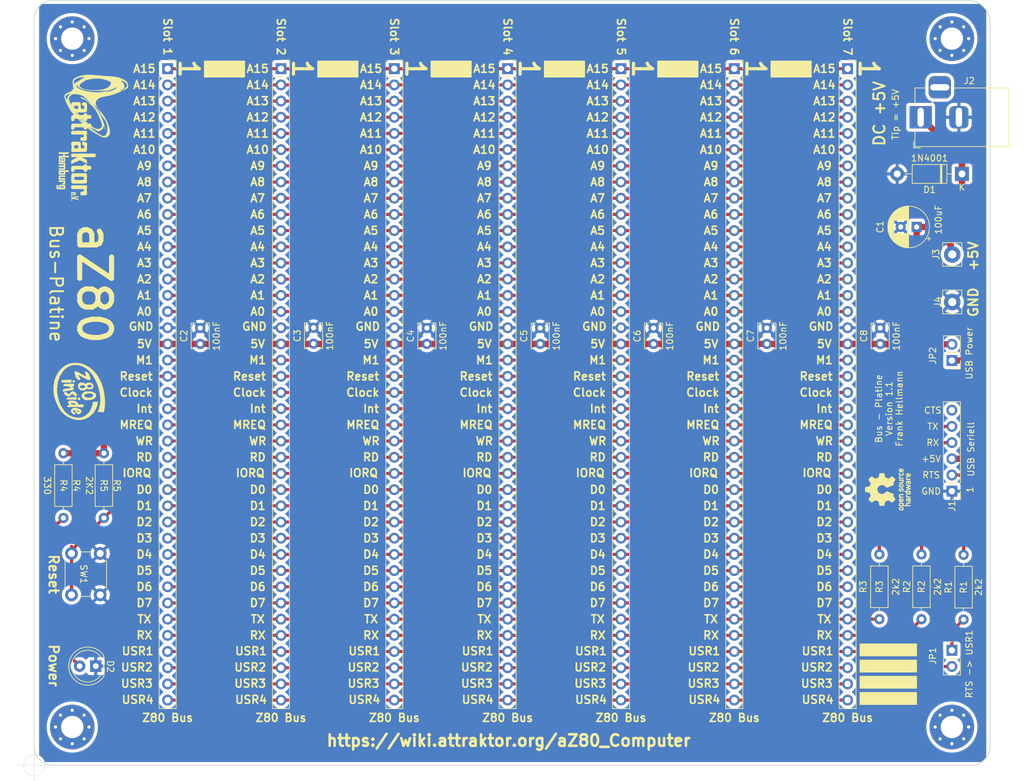
<source format=kicad_pcb>
(kicad_pcb (version 20221018) (generator pcbnew)
  (layers (0 "F.Cu" signal) (31 "B.Cu" signal) (34 "B.Paste" user) (35 "F.Paste" user) (36 "B.SilkS" user "B.Silkscreen") (37 "F.SilkS" user "F.Silkscreen") (38 "B.Mask" user) (39 "F.Mask" user) (44 "Edge.Cuts" user))
  (net 0 "")
  (net 1 "USR4")
  (net 2 "USR3")
  (net 3 "USR2")
  (net 4 "USR1")
  (net 5 "RX")
  (net 6 "TX")
  (net 7 "/D7")
  (net 8 "/D6")
  (net 9 "/D5")
  (net 10 "/D4")
  (net 11 "/D3")
  (net 12 "/D2")
  (net 13 "/D1")
  (net 14 "/D0")
  (net 15 "/IORQ")
  (net 16 "/RD")
  (net 17 "/WR")
  (net 18 "/MREQ")
  (net 19 "/INT")
  (net 20 "/CLK")
  (net 21 "/M1")
  (net 22 "5V")
  (net 23 "GND")
  (net 24 "/A0")
  (net 25 "/A1")
  (net 26 "/A2")
  (net 27 "/A3")
  (net 28 "/A4")
  (net 29 "/A5")
  (net 30 "/A6")
  (net 31 "/A7")
  (net 32 "/A8")
  (net 33 "/A9")
  (net 34 "/A10")
  (net 35 "/A11")
  (net 36 "/A12")
  (net 37 "/A13")
  (net 38 "/A14")
  (net 39 "/A15")
  (net 40 "Net-(D2-Pad2)")
  (net 41 "Reset")
  (net 42 "Net-(JP1-Pad1)")
  (net 43 "Net-(J1-Pad6)")
  (net 44 "Net-(J1-Pad5)")
  (net 45 "Net-(J1-Pad4)")
  (net 46 "Net-(J1-Pad3)")
  (net 47 "Net-(J1-Pad2)")
  (footprint "Connector_PinSocket_2.54mm:PinSocket_1x40_P2.54mm_Vertical" (layer "F.Cu") (at 70.96 45.72)
    (fp_text reference "Slot 1")
    (fp_text value "Z80 Bus")
  )
  (footprint "Connector_PinSocket_2.54mm:PinSocket_1x40_P2.54mm_Vertical" (layer "F.Cu") (at 88.74 45.72)
    (fp_text reference "Slot 2")
    (fp_text value "Z80 Bus")
  )
  (footprint "Connector_PinSocket_2.54mm:PinSocket_1x40_P2.54mm_Vertical" (layer "F.Cu") (at 106.52 45.72)
    (fp_text reference "Slot 3")
    (fp_text value "Z80 Bus")
  )
  (footprint "Connector_PinSocket_2.54mm:PinSocket_1x40_P2.54mm_Vertical" (layer "F.Cu") (at 124.3 45.72)
    (fp_text reference "Slot 4")
    (fp_text value "Z80 Bus")
  )
  (footprint "Connector_PinSocket_2.54mm:PinSocket_1x40_P2.54mm_Vertical" (layer "F.Cu") (at 142.08 45.72)
    (fp_text reference "Slot 5")
    (fp_text value "Z80 Bus")
  )
  (footprint "Connector_PinSocket_2.54mm:PinSocket_1x40_P2.54mm_Vertical" (layer "F.Cu") (at 159.86 45.72)
    (fp_text reference "Slot 6")
    (fp_text value "Z80 Bus")
  )
  (footprint "Connector_PinSocket_2.54mm:PinSocket_1x40_P2.54mm_Vertical" (layer "F.Cu") (at 177.64 45.72)
    (fp_text reference "Slot 7")
    (fp_text value "Z80 Bus")
  )
  (footprint "Capacitor_THT:CP_Radial_D6.3mm_P2.50mm" (layer "F.Cu") (at 188.468 70.545 180)
    (fp_text reference "C1")
    (fp_text value "100uF")
  )
  (footprint "Capacitor_THT:C_Disc_D3.8mm_W2.6mm_P2.50mm" (layer "F.Cu") (at 93.853 88.86 90)
    (fp_text reference "C3")
    (fp_text value "100nF")
  )
  (footprint "Capacitor_THT:C_Disc_D3.8mm_W2.6mm_P2.50mm" (layer "F.Cu") (at 111.633 88.9 90)
    (fp_text reference "C4")
    (fp_text value "100nF")
  )
  (footprint "Capacitor_THT:C_Disc_D3.8mm_W2.6mm_P2.50mm" (layer "F.Cu") (at 147.193 88.9 90)
    (fp_text reference "C6")
    (fp_text value "100nF")
  )
  (footprint "Capacitor_THT:C_Disc_D3.8mm_W2.6mm_P2.50mm" (layer "F.Cu") (at 164.973 88.9 90)
    (fp_text reference "C7")
    (fp_text value "100nF")
  )
  (footprint "Capacitor_THT:C_Disc_D3.8mm_W2.6mm_P2.50mm" (layer "F.Cu") (at 182.753 88.9 90)
    (fp_text reference "C8")
    (fp_text value "100nF")
  )
  (footprint "Diode_THT:D_DO-41_SOD81_P10.16mm_Horizontal" (layer "F.Cu") (at 195.58 62.23 180)
    (fp_text reference "D1")
    (fp_text value "1N4001")
  )
  (footprint "Connector_PinHeader_2.54mm:PinHeader_1x06_P2.54mm_Vertical" (layer "F.Cu") (at 194 112 180)
    (fp_text reference "J1")
    (fp_text value "USB Seriell")
  )
  (footprint "Connector_PinHeader_2.54mm:PinHeader_1x02_P2.54mm_Vertical" (layer "F.Cu") (at 194 136.966)
    (fp_text reference "JP1")
    (fp_text value "RTS -> USR1")
  )
  (footprint "Connector_PinHeader_2.54mm:PinHeader_1x02_P2.54mm_Vertical" (layer "F.Cu") (at 194 91.5 180)
    (fp_text reference "JP2")
    (fp_text value "5V USB")
  )
  (footprint "Resistor_THT:R_Axial_DIN0207_L6.3mm_D2.5mm_P10.16mm_Horizontal" (layer "F.Cu") (at 189.23 132.08 90)
    (fp_text reference "R2")
    (fp_text value "2k2")
  )
  (footprint "Resistor_THT:R_Axial_DIN0207_L6.3mm_D2.5mm_P10.16mm_Horizontal" (layer "F.Cu") (at 182.626 132.08 90)
    (fp_text reference "R3")
    (fp_text value "2k2")
  )
  (footprint "Resistor_THT:R_Axial_DIN0207_L6.3mm_D2.5mm_P10.16mm_Horizontal" (layer "F.Cu") (at 54.61 106.045 -90)
    (fp_text reference "R4")
    (fp_text value "330")
  )
  (footprint "Resistor_THT:R_Axial_DIN0207_L6.3mm_D2.5mm_P10.16mm_Horizontal" (layer "F.Cu") (at 60.96 116.205 90)
    (fp_text reference "R5")
    (fp_text value "2K2")
  )
  (footprint "Button_Switch_THT:SW_PUSH_6mm" (layer "F.Cu") (at 55.88 128.27 90)
    (fp_text reference "SW1")
    (fp_text value "Reset")
  )
  (footprint "Backplane_V01:attraktor" (layer "F.Cu") (at 58.928 56.575 -90)
    (fp_text reference "G***" hide)
    (fp_text value "LOGO" hide)
  )
  (footprint "MountingHole:MountingHole_3.5mm_Pad_Via" (layer "F.Cu") (at 56 41)
    (fp_text reference "Hole1" hide)
    (fp_text value "MountingHole_3.5mm_Pad_Via")
  )
  (footprint "MountingHole:MountingHole_3.5mm_Pad_Via" (layer "F.Cu") (at 56 149)
    (fp_text reference "Hole3" hide)
    (fp_text value "MountingHole_3.5mm_Pad_Via")
  )
  (footprint "MountingHole:MountingHole_3.5mm_Pad_Via" (layer "F.Cu") (at 194 149)
    (fp_text reference "Hole4" hide)
    (fp_text value "MountingHole_3.5mm_Pad_Via")
  )
  (footprint "Backplane_V01:osh_logo" (layer "F.Cu") (at 184.15 111.76 90)
    (fp_text reference "G***" hide)
    (fp_text value "LOGO" hide)
  )
  (footprint "Backplane:Z80_inside" (layer "F.Cu") (at 57.15 96.326 -90)
    (fp_text reference "G***" hide)
    (fp_text value "LOGO" hide)
  )
  (footprint "MountingHole:MountingHole_3.5mm_Pad_Via" (layer "F.Cu") (at 194 41)
    (fp_text reference "Hole2" hide)
    (fp_text value "MountingHole_3.5mm_Pad_Via")
  )
  (footprint "Capacitor_THT:C_Disc_D3.8mm_W2.6mm_P2.50mm" (layer "F.Cu") (at 129.413 88.9 90)
    (fp_text reference "C5")
    (fp_text value "100nF")
  )
  (footprint "Capacitor_THT:C_Disc_D3.8mm_W2.6mm_P2.50mm" (layer "F.Cu") (at 76.073 88.9 90)
    (fp_text reference "C2")
    (fp_text value "100nF")
  )
  (footprint "Resistor_THT:R_Axial_DIN0207_L6.3mm_D2.5mm_P10.16mm_Horizontal" (layer "F.Cu") (at 195.834 132.14 90)
    (fp_text reference "R1")
    (fp_text value "2k2")
  )
  (footprint "Connector_BarrelJack:BarrelJack_Horizontal" (layer "F.Cu") (at 189.103 53.34 180)
    (fp_text reference "J2")
    (fp_text value "DC +5V")
  )
  (footprint "Connector_Pin:Pin_D1.3mm_L10.0mm_W3.5mm_Flat" (layer "F.Cu") (at 194.056 82.318 -90)
    (fp_text reference "J4")
    (fp_text value "GND Hook")
  )
  (footprint "Connector_Pin:Pin_D1.3mm_L10.0mm_W3.5mm_Flat" (layer "F.Cu") (at 194.056 74.863 -90)
    (fp_text reference "J3")
    (fp_text value "+5V Hook")
  )
  (footprint "LED_THT:LED_D5.0mm" (layer "F.Cu") (at 59.69 139.446 180)
    (fp_text reference "D2")
    (fp_text value "Power")
  )
  (gr_poly (pts (xy 179.578 135.95) (xy 188.468 135.95) (xy 188.468 137.855) (xy 179.578 137.855)) (stroke (width 0.1)) (fill solid) (layer "F.SilkS"))
  (gr_poly (pts (xy 179.578 143.57) (xy 188.468 143.57) (xy 188.468 145.475) (xy 179.578 145.475)) (stroke (width 0.1)) (fill solid) (layer "F.SilkS"))
  (gr_poly (pts (xy 94.488 44.51) (xy 100.838 44.51) (xy 100.838 47.05) (xy 94.488 47.05)) (stroke (width 0.1)) (fill solid) (layer "F.SilkS"))
  (gr_poly (pts (xy 130.048 44.51) (xy 136.398 44.51) (xy 136.398 47.05) (xy 130.048 47.05)) (stroke (width 0.1)) (fill solid) (layer "F.SilkS"))
  (gr_poly (pts (xy 179.578 138.49) (xy 188.468 138.49) (xy 188.468 140.395) (xy 179.578 140.395)) (stroke (width 0.1)) (fill solid) (layer "F.SilkS"))
  (gr_poly (pts (xy 76.708 44.51) (xy 83.058 44.51) (xy 83.058 47.05) (xy 76.708 47.05)) (stroke (width 0.1)) (fill solid) (layer "F.SilkS"))
  (gr_poly (pts (xy 165.608 44.51) (xy 171.958 44.51) (xy 171.958 47.05) (xy 165.608 47.05)) (stroke (width 0.1)) (fill solid) (layer "F.SilkS"))
  (gr_poly (pts (xy 112.268 44.51) (xy 118.618 44.51) (xy 118.618 47.05) (xy 112.268 47.05)) (stroke (width 0.1)) (fill solid) (layer "F.SilkS"))
  (gr_poly (pts (xy 147.828 44.51) (xy 154.178 44.51) (xy 154.178 47.05) (xy 147.828 47.05)) (stroke (width 0.1)) (fill solid) (layer "F.SilkS"))
  (gr_poly (pts (xy 179.578 141.03) (xy 188.468 141.03) (xy 188.468 142.935) (xy 179.578 142.935)) (stroke (width 0.1)) (fill solid) (layer "F.SilkS"))
  (gr_arc (start 50 38) (mid 50.87868 35.87868) (end 53 35) (stroke (width 0.12)) (layer "Edge.Cuts"))
  (gr_line (start 53 155) (end 197 155) (stroke (width 0.12)) (layer "Edge.Cuts"))
  (gr_arc (start 196.5 35) (mid 198.974874 36.025126) (end 200 38.5) (stroke (width 0.12)) (layer "Edge.Cuts"))
  (gr_arc (start 53 155) (mid 50.87868 154.12132) (end 50 152) (stroke (width 0.12)) (layer "Edge.Cuts"))
  (gr_line (start 50 38) (end 50 152) (stroke (width 0.12)) (layer "Edge.Cuts"))
  (gr_arc (start 200 152) (mid 199.12132 154.12132) (end 197 155) (stroke (width 0.12)) (layer "Edge.Cuts"))
  (gr_line (start 200 152) (end 200 38.5) (stroke (width 0.12)) (layer "Edge.Cuts"))
  (gr_line (start 196.5 35) (end 53 35) (stroke (width 0.12)) (layer "Edge.Cuts"))
  (gr_text "1" (at 109.855 45.72 270) (layer "F.SilkS") (effects (font (size 3 3) (thickness 0.5))))
  (gr_text "1" (at 163.195 45.72 270) (layer "F.SilkS") (effects (font (size 3 3) (thickness 0.5))))
  (gr_text "1" (at 180.975 45.72 270) (layer "F.SilkS") (effects (font (size 3 3) (thickness 0.5))))
  (gr_text "USB Power" (at 196.723 90.357 90) (layer "F.SilkS") (effects (font (size 1 1))))
  (gr_text " USR4" (at 65.786 144.713) (layer "F.SilkS") (effects (font (size 1.25 1.25) (thickness 0.25))))
  (gr_text "RX" (at 173.99 134.62) (layer "F.SilkS") (effects (font (size 1.25 1.25) (thickness 0.25))))
  (gr_text "D7" (at 173.99 129.54) (layer "F.SilkS") (effects (font (size 1.25 1.25) (thickness 0.25))))
  (gr_text "D5" (at 173.99 124.46) (layer "F.SilkS") (effects (font (size 1.25 1.25) (thickness 0.25))))
  (gr_text "D0" (at 173.99 111.76) (layer "F.SilkS") (effects (font (size 1.25 1.25) (thickness 0.25))))
  (gr_text " USR2" (at 172.339 139.633) (layer "F.SilkS") (effects (font (size 1.25 1.25) (thickness 0.25))))
  (gr_text "RD" (at 173.99 106.68) (layer "F.SilkS") (effects (font (size 1.25 1.25) (thickness 0.25))))
  (gr_text "Int" (at 173.99 99.06) (layer "F.SilkS") (effects (font (size 1.25 1.25) (thickness 0.25))))
  (gr_text " Reset" (at 172.212 93.98) (layer "F.SilkS") (effects (font (size 1.25 1.25) (thickness 0.25))))
  (gr_text "GND" (at 173.482 86.166) (layer "F.SilkS") (effects (font (size 1.25 1.25) (thickness 0.25))))
  (gr_text "A2" (at 173.99 78.74) (layer "F.SilkS") (effects (font (size 1.25 1.25) (thickness 0.25))))
  (gr_text "A4" (at 173.99 73.66) (layer "F.SilkS") (effects (font (size 1.25 1.25) (thickness 0.25))))
  (gr_text "A6" (at 173.99 68.58) (layer "F.SilkS") (effects (font (size 1.25 1.25) (thickness 0.25))))
  (gr_text "D2" (at 173.99 116.84) (layer "F.SilkS") (effects (font (size 1.25 1.25) (thickness 0.25))))
  (gr_text "A8" (at 173.99 63.5) (layer "F.SilkS") (effects (font (size 1.25 1.25) (thickness 0.25))))
  (gr_text "A0" (at 173.99 83.82) (layer "F.SilkS") (effects (font (size 1.25 1.25) (thickness 0.25))))
  (gr_text " IORQ" (at 172.339 109.153) (layer "F.SilkS") (effects (font (size 1.25 1.25) (thickness 0.25))))
  (gr_text "5V" (at 173.99 88.9) (layer "F.SilkS") (effects (font (size 1.25 1.25) (thickness 0.25))))
  (gr_text "A5" (at 173.99 71.12) (layer "F.SilkS") (effects (font (size 1.25 1.25) (thickness 0.25))))
  (gr_text "A9" (at 173.99 60.96) (layer "F.SilkS") (effects (font (size 1.25 1.25) (thickness 0.25))))
  (gr_text "D1" (at 173.99 114.3) (layer "F.SilkS") (effects (font (size 1.25 1.25) (thickness 0.25))))
  (gr_text "TX" (at 173.99 132.08) (layer "F.SilkS") (effects (font (size 1.25 1.25) (thickness 0.25))))
  (gr_text "A1" (at 173.99 81.28) (layer "F.SilkS") (effects (font (size 1.25 1.25) (thickness 0.25))))
  (gr_text "A3" (at 173.99 76.2) (layer "F.SilkS") (effects (font (size 1.25 1.25) (thickness 0.25))))
  (gr_text " Clock" (at 172.212 96.52) (layer "F.SilkS") (effects (font (size 1.25 1.25) (thickness 0.25))))
  (gr_text "D3" (at 173.99 119.38) (layer "F.SilkS") (effects (font (size 1.25 1.25) (thickness 0.25))))
  (gr_text " USR3" (at 172.339 142.173) (layer "F.SilkS") (effects (font (size 1.25 1.25) (thickness 0.25))))
  (gr_text " USR4" (at 172.466 144.713) (layer "F.SilkS") (effects (font (size 1.25 1.25) (thickness 0.25))))
  (gr_text " MREQ" (at 172.212 101.6) (layer "F.SilkS") (effects (font (size 1.25 1.25) (thickness 0.25))))
  (gr_text "A7" (at 173.99 66.04) (layer "F.SilkS") (effects (font (size 1.25 1.25) (thickness 0.25))))
  (gr_text "D4" (at 173.99 121.92) (layer "F.SilkS") (effects (font (size 1.25 1.25) (thickness 0.25))))
  (gr_text "A10" (at 173.99 58.42) (layer "F.SilkS") (effects (font (size 1.25 1.25) (thickness 0.25))))
  (gr_text "A11" (at 173.99 55.88) (layer "F.SilkS") (effects (font (size 1.25 1.25) (thickness 0.25))))
  (gr_text "A13" (at 173.99 50.8) (layer "F.SilkS") (effects (font (size 1.25 1.25) (thickness 0.25))))
  (gr_text "A14" (at 173.99 48.26) (layer "F.SilkS") (effects (font (size 1.25 1.25) (thickness 0.25))))
  (gr_text "A15" (at 173.99 45.72) (layer "F.SilkS") (effects (font (size 1.25 1.25) (thickness 0.25))))
  (gr_text "A12" (at 173.99 53.34) (layer "F.SilkS") (effects (font (size 1.25 1.25) (thickness 0.25))))
  (gr_text "D6" (at 173.99 127) (layer "F.SilkS") (effects (font (size 1.25 1.25) (thickness 0.25))))
  (gr_text " USR1" (at 172.466 137.093) (layer "F.SilkS") (effects (font (size 1.25 1.25) (thickness 0.25))))
  (gr_text "WR" (at 173.99 104.14) (layer "F.SilkS") (effects (font (size 1.25 1.25) (thickness 0.25))))
  (gr_text "M1" (at 173.99 91.44) (layer "F.SilkS") (effects (font (size 1.25 1.25) (thickness 0.25))))
  (gr_text " USR3" (at 101.219 142.173) (layer "F.SilkS") (effects (font (size 1.25 1.25) (thickness 0.25))))
  (gr_text " Reset" (at 83.312 93.98) (layer "F.SilkS") (effects (font (size 1.25 1.25) (thickness 0.25))))
  (gr_text "A8" (at 67.31 63.5) (layer "F.SilkS") (effects (font (size 1.25 1.25) (thickness 0.25))))
  (gr_text "D4" (at 67.31 121.92) (layer "F.SilkS") (effects (font (size 1.25 1.25) (thickness 0.25))))
  (gr_text "WR" (at 102.87 104.14) (layer "F.SilkS") (effects (font (size 1.25 1.25) (thickness 0.25))))
  (gr_text "A14" (at 156.21 48.26) (layer "F.SilkS") (effects (font (size 1.25 1.25) (thickness 0.25))))
  (gr_text " USR1" (at 65.786 137.093) (layer "F.SilkS") (effects (font (size 1.25 1.25) (thickness 0.25))))
  (gr_text "GND" (at 137.922 86.166) (layer "F.SilkS") (effects (font (size 1.25 1.25) (thickness 0.25))))
  (gr_text "D4" (at 138.43 121.92) (layer "F.SilkS") (effects (font (size 1.25 1.25) (thickness 0.25))))
  (gr_text "A2" (at 138.43 78.74) (layer "F.SilkS") (effects (font (size 1.25 1.25) (thickness 0.25))))
  (gr_text "A3" (at 85.09 76.2) (layer "F.SilkS") (effects (font (size 1.25 1.25) (thickness 0.25))))
  (gr_text " USR4" (at 119.126 144.713) (layer "F.SilkS") (effects (font (size 1.25 1.25) (thickness 0.25))))
  (gr_text " MREQ" (at 136.652 101.6) (layer "F.SilkS") (effects (font (size 1.25 1.25) (thickness 0.25))))
  (gr_text "A1" (at 67.31 81.28) (layer "F.SilkS") (effects (font (size 1.25 1.25) (thickness 0.25))))
  (gr_text "TX" (at 67.31 132.08) (layer "F.SilkS") (effects (font (size 1.25 1.25) (thickness 0.25))))
  (gr_text "D0" (at 156.21 111.76) (layer "F.SilkS") (effects (font (size 1.25 1.25) (thickness 0.25))))
  (gr_text "D4" (at 120.65 121.92) (layer "F.SilkS") (effects (font (size 1.25 1.25) (thickness 0.25))))
  (gr_text " MREQ" (at 154.432 101.6) (layer "F.SilkS") (effects (font (size 1.25 1.25) (thickness 0.25))))
  (gr_text "A6" (at 138.43 68.58) (layer "F.SilkS") (effects (font (size 1.25 1.25) (thickness 0.25))))
  (gr_text "A2" (at 156.21 78.74) (layer "F.SilkS") (effects (font (size 1.25 1.25) (thickness 0.25))))
  (gr_text "D1" (at 138.43 114.3) (layer "F.SilkS") (effects (font (size 1.25 1.25) (thickness 0.25))))
  (gr_text "A11" (at 85.09 55.88) (layer "F.SilkS") (effects (font (size 1.25 1.25) (thickness 0.25))))
  (gr_text "D4" (at 102.87 121.92) (layer "F.SilkS") (effects (font (size 1.25 1.25) (thickness 0.25))))
  (gr_text "D7" (at 138.43 129.54) (layer "F.SilkS") (effects (font (size 1.25 1.25) (thickness 0.25))))
  (gr_text "A5" (at 138.43 71.12) (layer "F.SilkS") (effects (font (size 1.25 1.25) (thickness 0.25))))
  (gr_text "A9" (at 156.21 60.96) (layer "F.SilkS") (effects (font (size 1.25 1.25) (thickness 0.25))))
  (gr_text " USR1" (at 136.906 137.093) (layer "F.SilkS") (effects (font (size 1.25 1.25) (thickness 0.25))))
  (gr_text "+5V" (at 197.358 75.117 90) (layer "F.SilkS") (effects (font (size 1.5 1.5) (thickness 0.3))))
  (gr_text "GND" (at 102.362 86.166) (layer "F.SilkS") (effects (font (size 1.25 1.25) (thickness 0.25))))
  (gr_text " USR2" (at 101.219 139.633) (layer "F.SilkS") (effects (font (size 1.25 1.25) (thickness 0.25))))
  (gr_text "M1" (at 156.21 91.44) (layer "F.SilkS") (effects (font (size 1.25 1.25) (thickness 0.25))))
  (gr_text " USR2" (at 65.659 139.633) (layer "F.SilkS") (effects (font (size 1.25 1.25) (thickness 0.25))))
  (gr_text " MREQ" (at 101.092 101.6) (layer "F.SilkS") (effects (font (size 1.25 1.25) (thickness 0.25))))
  (gr_text "WR" (at 120.65 104.14) (layer "F.SilkS") (effects (font (size 1.25 1.25) (thickness 0.25))))
  (gr_text "A1" (at 156.21 81.28) (layer "F.SilkS") (effects (font (size 1.25 1.25) (thickness 0.25))))
  (gr_text "D5" (at 138.43 124.46) (layer "F.SilkS") (effects (font (size 1.25 1.25) (thickness 0.25))))
  (gr_text "A15" (at 120.65 45.72) (layer "F.SilkS") (effects (font (size 1.25 1.25) (thickness 0.25))))
  (gr_text "A12" (at 67.31 53.34) (layer "F.SilkS") (effects (font (size 1.25 1.25) (thickness 0.25))))
  (gr_text "A6" (at 85.09 68.58) (layer "F.SilkS") (effects (font (size 1.25 1.25) (thickness 0.25))))
  (gr_text " MREQ" (at 118.872 101.6) (layer "F.SilkS") (effects (font (size 1.25 1.25) (thickness 0.25))))
  (gr_text " USR4" (at 101.346 144.713) (layer "F.SilkS") (effects (font (size 1.25 1.25) (thickness 0.25))))
  (gr_text "A0" (at 102.87 83.82) (layer "F.SilkS") (effects (font (size 1.25 1.25) (thickness 0.25))))
  (gr_text "D4" (at 156.21 121.92) (layer "F.SilkS") (effects (font (size 1.25 1.25) (thickness 0.25))))
  (gr_text "D6" (at 120.65 127) (layer "F.SilkS") (effects (font (size 1.25 1.25) (thickness 0.25))))
  (gr_text "A4" (at 138.43 73.66) (layer "F.SilkS") (effects (font (size 1.25 1.25) (thickness 0.25))))
  (gr_text "A8" (at 120.65 63.5) (layer "F.SilkS") (effects (font (size 1.25 1.25) (thickness 0.25))))
  (gr_text "A0" (at 120.65 83.82) (layer "F.SilkS") (effects (font (size 1.25 1.25) (thickness 0.25))))
  (gr_text "D5" (at 120.65 124.46) (layer "F.SilkS") (effects (font (size 1.25 1.25) (thickness 0.25))))
  (gr_text "D5" (at 156.21 124.46) (layer "F.SilkS") (effects (font (size 1.25 1.25) (thickness 0.25))))
  (gr_text "A3" (at 138.43 76.2) (layer "F.SilkS") (effects (font (size 1.25 1.25) (thickness 0.25))))
  (gr_text "A13" (at 120.65 50.8) (layer "F.SilkS") (effects (font (size 1.25 1.25) (thickness 0.25))))
  (gr_text "A0" (at 138.43 83.82) (layer "F.SilkS") (effects (font (size 1.25 1.25) (thickness 0.25))))
  (gr_text "D6" (at 156.21 127) (layer "F.SilkS") (effects (font (size 1.25 1.25) (thickness 0.25))))
  (gr_text "A12" (at 102.87 53.34) (layer "F.SilkS") (effects (font (size 1.25 1.25) (thickness 0.25))))
  (gr_text "D7" (at 120.65 129.54) (layer "F.SilkS") (effects (font (size 1.25 1.25) (thickness 0.25))))
  (gr_text "D6" (at 138.43 127) (layer "F.SilkS") (effects (font (size 1.25 1.25) (thickness 0.25))))
  (gr_text "Int" (at 156.21 99.06) (layer "F.SilkS") (effects (font (size 1.25 1.25) (thickness 0.25))))
  (gr_text "A1" (at 102.87 81.28) (layer "F.SilkS") (effects (font (size 1.25 1.25) (thickness 0.25))))
  (gr_text "A15" (at 67.31 45.72) (layer "F.SilkS") (effects (font (size 1.25 1.25) (thickness 0.25))))
  (gr_text "A15" (at 138.43 45.72) (layer "F.SilkS") (effects (font (size 1.25 1.25) (thickness 0.25))))
  (gr_text " USR1" (at 83.566 137.093) (layer "F.SilkS") (effects (font (size 1.25 1.25) (thickness 0.25))))
  (gr_text " Reset" (at 65.532 93.98) (layer "F.SilkS") (effects (font (size 1.25 1.25) (thickness 0.25))))
  (gr_text "1" (at 127.635 45.72 270) (layer "F.SilkS") (effects (font (size 3 3) (thickness 0.5))))
  (gr_text "A8" (at 156.21 63.5) (layer "F.SilkS") (effects (font (size 1.25 1.25) (thickness 0.25))))
  (gr_text "A12" (at 138.43 53.34) (layer "F.SilkS") (effects (font (size 1.25 1.25) (thickness 0.25))))
  (gr_text "D7" (at 67.31 129.54) (layer "F.SilkS") (effects (font (size 1.25 1.25) (thickness 0.25))))
  (gr_text "GND" (at 66.802 86.166) (layer "F.SilkS") (effects (font (size 1.25 1.25) (thickness 0.25))))
  (gr_text "A2" (at 120.65 78.74) (layer "F.SilkS") (effects (font (size 1.25 1.25) (thickness 0.25))))
  (gr_text "5V" (at 102.87 88.9) (layer "F.SilkS") (effects (font (size 1.25 1.25) (thickness 0.25))))
  (gr_text "D1" (at 120.65 114.3) (layer "F.SilkS") (effects (font (size 1.25 1.25) (thickness 0.25))))
  (gr_text "A12" (at 156.21 53.34) (layer "F.SilkS") (effects (font (size 1.25 1.25) (thickness 0.25))))
  (gr_text "1" (at 196.85 111.76 90) (layer "F.SilkS") (effects (font (size 1 1))))
  (gr_text "GND" (at 197.358 82.356 90) (layer "F.SilkS") (effects (font (size 1.5 1.5) (thickness 0.3))))
  (gr_text " USR1" (at 154.686 137.093) (layer "F.SilkS") (effects (font (size 1.25 1.25) (thickness 0.25))))
  (gr_text "1" (at 92.075 45.72 270) (layer "F.SilkS") (effects (font (size 3 3) (thickness 0.5))))
  (gr_text "D4" (at 85.09 121.92) (layer "F.SilkS") (effects (font (size 1.25 1.25) (thickness 0.25))))
  (gr_text "A3" (at 120.65 76.2) (layer "F.SilkS") (effects (font (size 1.25 1.25) (thickness 0.25))))
  (gr_text "GND" (at 190.754 112.014) (layer "F.SilkS") (effects (font (size 1 1))))
  (gr_text "D2" (at 120.65 116.84) (layer "F.SilkS") (effects (font (size 1.25 1.25) (thickness 0.25))))
  (gr_text "D2" (at 156.21 116.84) (layer "F.SilkS") (effects (font (size 1.25 1.25) (thickness 0.25))))
  (gr_text "A3" (at 67.31 76.2) (layer "F.SilkS") (effects (font (size 1.25 1.25) (thickness 0.25))))
  (gr_text "A11" (at 102.87 55.88) (layer "F.SilkS") (effects (font (size 1.25 1.25) (thickness 0.25))))
  (gr_text "M1" (at 85.09 91.44) (layer "F.SilkS") (effects (font (size 1.25 1.25) (thickness 0.25))))
  (gr_text "A4" (at 102.87 73.66) (layer "F.SilkS") (effects (font (size 1.25 1.25) (thickness 0.25))))
  (gr_text "TX" (at 102.87 132.08) (layer "F.SilkS") (effects (font (size 1.25 1.25) (thickness 0.25))))
  (gr_text "M1" (at 120.65 91.44) (layer "F.SilkS") (effects (font (size 1.25 1.25) (thickness 0.25))))
  (gr_text " Clock" (at 65.532 96.52) (layer "F.SilkS") (effects (font (size 1.25 1.25) (thickness 0.25))))
  (gr_text "D0" (at 67.31 111.76) (layer "F.SilkS") (effects (font (size 1.25 1.25) (thickness 0.25))))
  (gr_text "A13" (at 85.09 50.8) (layer "F.SilkS") (effects (font (size 1.25 1.25) (thickness 0.25))))
  (gr_text " USR2" (at 83.439 139.633) (layer "F.SilkS") (effects (font (size 1.25 1.25) (thickness 0.25))))
  (gr_text " USR3" (at 83.439 142.173) (layer "F.SilkS") (effects (font (size 1.25 1.25) (thickness 0.25))))
  (gr_text "A14" (at 67.31 48.26) (layer "F.SilkS") (effects (font (size 1.25 1.25) (thickness 0.25))))
  (gr_text "A14" (at 138.43 48.26) (layer "F.SilkS") (effects (font (size 1.25 1.25) (thickness 0.25))))
  (gr_text "A4" (at 156.21 73.66) (layer "F.SilkS") (effects (font (size 1.25 1.25) (thickness 0.25))))
  (gr_text " Clock" (at 136.652 96.52) (layer "F.SilkS") (effects (font (size 1.25 1.25) (thickness 0.25))))
  (gr_text "A14" (at 85.09 48.26) (layer "F.SilkS") (effects (font (size 1.25 1.25) (thickness 0.25))))
  (gr_text "D5" (at 85.09 124.46) (layer "F.SilkS") (effects (font (size 1.25 1.25) (thickness 0.25))))
  (gr_text "M1" (at 138.43 91.44) (layer "F.SilkS") (effects (font (size 1.25 1.25) (thickness 0.25))))
  (gr_text "RD" (at 138.43 106.68) (layer "F.SilkS") (effects (font (size 1.25 1.25) (thickness 0.25))))
  (gr_text " USR3" (at 118.999 142.173) (layer "F.SilkS") (effects (font (size 1.25 1.25) (thickness 0.25))))
  (gr_text "A13" (at 67.31 50.8) (layer "F.SilkS") (effects (font (size 1.25 1.25) (thickness 0.25))))
  (gr_text "5V" (at 120.65 88.9) (layer "F.SilkS") (effects (font (size 1.25 1.25) (thickness 0.25))))
  (gr_text "A9" (at 102.87 60.96) (layer "F.SilkS") (effects (font (size 1.25 1.25) (thickness 0.25))))
  (gr_text "TX" (at 191.008 101.854) (layer "F.SilkS") (effects (font (size 1 1))))
  (gr_text "A6" (at 102.87 68.58) (layer "F.SilkS") (effects (font (size 1.25 1.25) (thickness 0.25))))
  (gr_text "A2" (at 85.09 78.74) (layer "F.SilkS") (effects (font (size 1.25 1.25) (thickness 0.25))))
  (gr_text "GND" (at 155.702 86.166) (layer "F.SilkS") (effects (font (size 1.25 1.25) (thickness 0.25))))
  (gr_text "GND" (at 120.142 86.166) (layer "F.SilkS") (effects (font (size 1.25 1.25) (thickness 0.25))))
  (gr_text "A4" (at 67.31 73.66) (layer "F.SilkS") (effects (font (size 1.25 1.25) (thickness 0.25))))
  (gr_text "RX" (at 85.09 134.62) (layer "F.SilkS") (effects (font (size 1.25 1.25) (thickness 0.25))))
  (gr_text "Int" (at 138.43 99.06) (layer "F.SilkS") (effects (font (size 1.25 1.25) (thickness 0.25))))
  (gr_text "A0" (at 156.21 83.82) (layer "F.SilkS") (effects (font (size 1.25 1.25) (thickness 0.25))))
  (gr_text "A10" (at 67.31 58.42) (layer "F.SilkS") (effects (font (size 1.25 1.25) (thickness 0.25))))
  (gr_text "D3" (at 67.31 119.38) (layer "F.SilkS") (effects (font (size 1.25 1.25) (thickness 0.25))))
  (gr_text "D0" (at 120.65 111.76) (layer "F.SilkS") (effects (font (size 1.25 1.25) (thickness 0.25))))
  (gr_text " MREQ" (at 83.312 101.6) (layer "F.SilkS") (effects (font (size 1.25 1.25) (thickness 0.25))))
  (gr_text "A6" (at 120.65 68.58) (layer "F.SilkS") (effects (font (size 1.25 1.25) (thickness 0.25))))
  (gr_text " USR3" (at 154.559 142.173) (layer "F.SilkS") (effects (font (size 1.25 1.25) (thickness 0.25))))
  (gr_text "RX" (at 102.87 134.62) (layer "F.SilkS") (effects (font (size 1.25 1.25) (thickness 0.25))))
  (gr_text "A10" (at 102.87 58.42) (layer "F.SilkS") (effects (font (size 1.25 1.25) (thickness 0.25))))
  (gr_text " Reset" (at 101.092 93.98) (layer "F.SilkS") (effects (font (size 1.25 1.25) (thickness 0.25))))
  (gr_text "RX" (at 156.21 134.62) (layer "F.SilkS") (effects (font (size 1.25 1.25) (thickness 0.25))))
  (gr_text "A10" (at 156.21 58.42) (layer "F.SilkS") (effects (font (size 1.25 1.25) (thickness 0.25))))
  (gr_text " USR2" (at 154.559 139.633) (layer "F.SilkS") (effects (font (size 1.25 1.25) (thickness 0.25))))
  (gr_text "D3" (at 102.87 119.38) (layer "F.SilkS") (effects (font (size 1.25 1.25) (thickness 0.25))))
  (gr_text " IORQ" (at 101.219 109.153) (layer "F.SilkS") (effects (font (size 1.25 1.25) (thickness 0.25))))
  (gr_text " USR1" (at 101.346 137.093) (layer "F.SilkS") (effects (font (size 1.25 1.25) (thickness 0.25))))
  (gr_text "D1" (at 67.31 114.3) (layer "F.SilkS") (effects (font (size 1.25 1.25) (thickness 0.25))))
  (gr_text "A1" (at 138.43 81.28) (layer "F.SilkS") (effects (font (size 1.25 1.25) (thickness 0.25))))
  (gr_text "A15" (at 85.09 45.72) (layer "F.SilkS") (effects (font (size 1.25 1.25) (thickness 0.25))))
  (gr_text "A12" (at 85.09 53.34) (layer "F.SilkS") (effects (font (size 1.25 1.25) (thickness 0.25))))
  (gr_text "RX" (at 120.65 134.62) (layer "F.SilkS") (effects (font (size 1.25 1.25) (thickness 0.25))))
  (gr_text "A5" (at 120.65 71.12) (layer "F.SilkS") (effects (font (size 1.25 1.25) (thickness 0.25))))
  (gr_text "D0" (at 102.87 111.76) (layer "F.SilkS") (effects (font (size 1.25 1.25) (thickness 0.25))))
  (gr_text "D3" (at 85.09 119.38) (layer "F.SilkS") (effects (font (size 1.25 1.25) (thickness 0.25))))
  (gr_text " USR2" (at 118.999 139.633) (layer "F.SilkS") (effects (font (size 1.25 1.25) (thickness 0.25))))
  (gr_text " Reset" (at 118.872 93.98) (layer "F.SilkS") (effects (font (size 1.25 1.25) (thickness 0.25))))
  (gr_text "+5V" (at 190.754 106.934) (layer "F.SilkS") (effects (font (size 1 1))))
  (gr_text "A11" (at 120.65 55.88) (layer "F.SilkS") (effects (font (size 1.25 1.25) (thickness 0.25))))
  (gr_text "M1" (at 102.87 91.44) (layer "F.SilkS") (effects (font (size 1.25 1.25) (thickness 0.25))))
  (gr_text "5V" (at 85.09 88.9) (layer "F.SilkS") (effects (font (size 1.25 1.25) (thickness 0.25))))
  (gr_text "A1" (at 85.09 81.28) (layer "F.SilkS") (effects (font (size 1.25 1.25) (thickness 0.25))))
  (gr_text "5V" (at 138.43 88.9) (layer "F.SilkS") (effects (font (size 1.25 1.25) (thickness 0.25))))
  (gr_text " USR2" (at 136.779 139.633) (layer "F.SilkS") (effects (font (size 1.25 1.25) (thickness 0.25))))
  (gr_text "A8" (at 85.09 63.5) (layer "F.SilkS") (effects (font (size 1.25 1.25) (thickness 0.25))))
  (gr_text "A14" (at 102.87 48.26) (layer "F.SilkS") (effects (font (size 1.25 1.25) (thickness 0.25))))
  (gr_text "A6" (at 156.21 68.58) (layer "F.SilkS") (effects (font (size 1.25 1.25) (thickness 0.25))))
  (gr_text "1" (at 74.295 45.72 270) (layer "F.SilkS") (effects (font (size 3 3) (thickness 0.5))))
  (gr_text "A3" (at 102.87 76.2) (layer "F.SilkS") (effects (font (size 1.25 1.25) (thickness 0.25))))
  (gr_text "A13" (at 138.43 50.8) (layer "F.SilkS") (effects (font (size 1.25 1.25) (thickness 0.25))))
  (gr_text "RD" (at 102.87 106.68) (layer "F.SilkS") (effects (font (size 1.25 1.25) (thickness 0.25))))
  (gr_text "A14" (at 120.65 48.26) (layer "F.SilkS") (effects (font (size 1.25 1.25) (thickness 0.25))))
  (gr_text "RD" (at 156.21 106.68) (layer "F.SilkS") (effects (font (size 1.25 1.25) (thickness 0.25))))
  (gr_text "A13" (at 156.21 50.8) (layer "F.SilkS") (effects (font (size 1.25 1.25) (thickness 0.25))))
  (gr_text "A8" (at 138.43 63.5) (layer "F.SilkS") (effects (font (size 1.25 1.25) (thickness 0.25))))
  (gr_text "5V" (at 67.31 88.9) (layer "F.SilkS") (effects (font (size 1.25 1.25) (thickness 0.25))))
  (gr_text "D3" (at 156.21 119.38) (layer "F.SilkS") (effects (font (size 1.25 1.25) (thickness 0.25))))
  (gr_text "GND" (at 84.582 86.166) (layer "F.SilkS") (effects (font (size 1.25 1.25) (thickness 0.25))))
  (gr_text "A12" (at 120.65 53.34) (layer "F.SilkS") (effects (font (size 1.25 1.25) (thickness 0.25))))
  (gr_text "A5" (at 67.31 71.12) (layer "F.SilkS") (effects (font (size 1.25 1.25) (thickness 0.25))))
  (gr_text "A4" (at 85.09 73.66) (layer "F.SilkS") (effects (font (size 1.25 1.25) (thickness 0.25))))
  (gr_text "A13" (at 102.87 50.8) (layer "F.SilkS") (effects (font (size 1.25 1.25) (thickness 0.25))))
  (gr_text "D3" (at 138.43 119.38) (layer "F.SilkS") (effects (font (size 1.25 1.25) (thickness 0.25))))
  (gr_text "WR" (at 138.43 104.14) (layer "F.SilkS") (effects (font (size 1.25 1.25) (thickness 0.25))))
  (gr_text "RD" (at 67.31 106.68) (layer "F.SilkS") (effects (font (size 1.25 1.25) (thickness 0.25))))
  (gr_text "A9" (at 67.31 60.96) (layer "F.SilkS") (effects (font (size 1.25 1.25) (thickness 0.25))))
  (gr_text "Bus - Platine\nVersion 1.1\nFrank Hellmann" (at 184.15 99.06 90) (layer "F.SilkS") (effects (font (size 1 1))))
  (gr_text "RTS -> USR1" (at 196.723 139.125 90) (layer "F.SilkS") (effects (font (size 1 1))))
  (gr_text " USR3" (at 136.779 142.173) (layer "F.SilkS") (effects (font (size 1.25 1.25) (thickness 0.25))))
  (gr_text "WR" (at 156.21 104.14) (layer "F.SilkS") (effects (font (size 1.25 1.25) (thickness 0.25))))
  (gr_text "A11" (at 156.21 55.88) (layer "F.SilkS") (effects (font (size 1.25 1.25) (thickness 0.25))))
  (gr_text "A4" (at 120.65 73.66) (layer "F.SilkS") (effects (font (size 1.25 1.25) (thickness 0.25))))
  (gr_text "https://wiki.attraktor.org/aZ80_Computer" (at 124.46 151.13) (layer "F.SilkS") (effects (font (size 1.8 1.8) (thickness 0.4))))
  (gr_text "D1" (at 85.09 114.3) (layer "F.SilkS") (effects (font (size 1.25 1.25) (thickness 0.25))))
  (gr_text "A7" (at 138.43 66.04) (layer "F.SilkS") (effects (font (size 1.25 1.25) (thickness 0.25))))
  (gr_text "Int" (at 102.87 99.06) (layer "F.SilkS") (effects (font (size 1.25 1.25) (thickness 0.25))))
  (gr_text "A6" (at 67.31 68.58) (layer "F.SilkS") (effects (font (size 1.25 1.25) (thickness 0.25))))
  (gr_text " USR1" (at 119.126 137.093) (layer "F.SilkS") (effects (font (size 1.25 1.25) (thickness 0.25))))
  (gr_text "A11" (at 67.31 55.88) (layer "F.SilkS") (effects (font (size 1.25 1.25) (thickness 0.25))))
  (gr_text "RD" (at 85.09 106.68) (layer "F.SilkS") (effects (font (size 1.25 1.25) (thickness 0.25))))
  (gr_text "RX" (at 138.43 134.62) (layer "F.SilkS") (effects (font (size 1.25 1.25) (thickness 0.25))))
  (gr_text " Clock" (at 101.092 96.52) (layer "F.SilkS") (effects (font (size 1.25 1.25) (thickness 0.25))))
  (gr_text " Reset" (at 154.432 93.98) (layer "F.SilkS") (effects (font (size 1.25 1.25) (thickness 0.25))))
  (gr_text "D2" (at 138.43 116.84) (layer "F.SilkS") (effects (font (size 1.25 1.25) (thickness 0.25))))
  (gr_text "D5" (at 102.87 124.46) (layer "F.SilkS") (effects (font (size 1.25 1.25) (thickness 0.25))))
  (gr_text "A9" (at 120.65 60.96) (layer "F.SilkS") (effects (font (size 1.25 1.25) (thickness 0.25))))
  (gr_text " IORQ" (at 83.439 109.153) (layer "F.SilkS") (effects (font (size 1.25 1.25) (thickness 0.25))))
  (gr_text "TX" (at 156.21 132.08) (layer "F.SilkS") (effects (font (size 1.25 1.25) (thickness 0.25))))
  (gr_text "A10" (at 120.65 58.42) (layer "F.SilkS") (effects (font (size 1.25 1.25) (thickness 0.25))))
  (gr_text " IORQ" (at 154.559 109.153) (layer "F.SilkS") (effects (font (size 1.25 1.25) (thickness 0.25))))
  (gr_text "M1" (at 67.31 91.44) (layer "F.SilkS") (effects (font (size 1.25 1.25) (thickness 0.25))))
  (gr_text "D6" (at 85.09 127) (layer "F.SilkS") (effects (font (size 1.25 1.25) (thickness 0.25))))
  (gr_text "D7" (at 85.09 129.54) (layer "F.SilkS") (effects (font (size 1.25 1.25) (thickness 0.25))))
  (gr_text "D2" (at 85.09 116.84) (layer "F.SilkS") (effects (font (size 1.25 1.25) (thickness 0.25))))
  (gr_text " Clock" (at 118.872 96.52) (layer "F.SilkS") (effects (font (size 1.25 1.25) (thickness 0.25))))
  (gr_text "D7" (at 102.87 129.54) (layer "F.SilkS") (effects (font (size 1.25 1.25) (thickness 0.25))))
  (gr_text "Tip = +5V" (at 185.166 52.892 90) (layer "F.SilkS") (effects (font (size 1 1))))
  (gr_text "A0" (at 67.31 83.82) (layer "F.SilkS") (effects (font (size 1.25 1.25) (thickness 0.25))))
  (gr_text "D2" (at 67.31 116.84) (layer "F.SilkS") (effects (font (size 1.25 1.25) (thickness 0.25))))
  (gr_text "A9" (at 85.09 60.96) (layer "F.SilkS") (effects (font (size 1.25 1.25) (thickness 0.25))))
  (gr_text "WR" (at 67.31 104.14) (layer "F.SilkS") (effects (font (size 1.25 1.25) (thickness 0.25))))
  (gr_text "1" (at 145.415 45.72 270) (layer "F.SilkS") (effects (font (size 3 3) (thickness 0.5))))
  (gr_text "D6" (at 67.31 127) (layer "F.SilkS") (effects (font (size 1.25 1.25) (thickness 0.25))))
  (gr_text "A1" (at 120.65 81.28) (layer "F.SilkS") (effects (font (size 1.25 1.25) (thickness 0.25))))
  (gr_text "Int" (at 120.65 99.06) (layer "F.SilkS") (effects (font (size 1.25 1.25) (thickness 0.25))))
  (gr_text "A7" (at 120.65 66.04) (layer "F.SilkS") (effects (font (size 1.25 1.25) (thickness 0.25))))
  (gr_text "D6" (at 102.87 127) (layer "F.SilkS") (effects (font (size 1.25 1.25) (thickness 0.25))))
  (gr_text "A3" (at 156.21 76.2) (layer "F.SilkS") (effects (font (size 1.25 1.25) (thickness 0.25))))
  (gr_text "TX" (at 120.65 132.08) (layer "F.SilkS") (effects (font (size 1.25 1.25) (thickness 0.25))))
  (gr_text " IORQ" (at 65.659 109.153) (layer "F.SilkS") (effects (font (size 1.25 1.25) (thickness 0.25))))
  (gr_text "RTS" (at 190.754 109.474) (layer "F.SilkS") (effects (font (size 1 1))))
  (gr_text "A7" (at 156.21 66.04) (layer "F.SilkS") (effects (font (size 1.25 1.25) (thickness 0.25))))
  (gr_text "D0" (at 138.43 111.76) (layer "F.SilkS") (effects (font (size 1.25 1.25) (thickness 0.25))))
  (gr_text "CTS" (at 191.008 99.314) (layer "F.SilkS") (effects (font (size 1 1))))
  (gr_text " USR4" (at 83.566 144.713) (layer "F.SilkS") (effects (font (size 1.25 1.25) (thickness 0.25))))
  (gr_text " Reset" (at 136.652 93.98) (layer "F.SilkS") (effects (font (size 1.25 1.25) (thickness 0.25))))
  (gr_text "A15" (at 102.87 45.72) (layer "F.SilkS") (effects (font (size 1.25 1.25) (thickness 0.25))))
  (gr_text "A10" (at 138.43 58.42) (layer "F.SilkS") (effects (font (size 1.25 1.25) (thickness 0.25))))
  (gr_text "A11" (at 138.43 55.88) (layer "F.SilkS") (effects (font (size 1.25 1.25) (thickness 0.25))))
  (gr_text "Int" (at 67.31 99.06) (layer "F.SilkS") (effects (font (size 1.25 1.25) (thickness 0.25))))
  (gr_text "A7" (at 102.87 66.04) (layer "F.SilkS") (effects (font (size 1.25 1.25) (thickness 0.25))))
  (gr_text " Clock" (at 83.312 96.52) (layer "F.SilkS") (effects (font (size 1.25 1.25) (thickness 0.25))))
  (gr_text " Clock" (at 154.432 96.52) (layer "F.SilkS") (effects (font (size 1.25 1.25) (thickness 0.25))))
  (gr_text "WR" (at 85.09 104.14) (layer "F.SilkS") (effects (font (size 1.25 1.25) (thickness 0.25))))
  (gr_text "TX" (at 138.43 132.08) (layer "F.SilkS") (effects (font (size 1.25 1.25) (thickness 0.25))))
  (gr_text "A8" (at 102.87 63.5) (layer "F.SilkS") (effects (font (size 1.25 1.25) (thickness 0.25))))
  (gr_text "aZ80" (at 59.436 79.435 270) (layer "F.SilkS") (effects (font (size 5 5) (thickness 0.8))))
  (gr_text " IORQ" (at 136.779 109.153) (layer "F.SilkS") (effects (font (size 1.25 1.25) (thickness 0.25))))
  (gr_text "A5" (at 156.21 71.12) (layer "F.SilkS") (effects (font (size 1.25 1.25) (thickness 0.25))))
  (gr_text "RX" (at 67.31 134.62) (layer "F.SilkS") (effects (font (size 1.25 1.25) (thickness 0.25))))
  (gr_text "A5" (at 85.09 71.12) (layer "F.SilkS") (effects (font (size 1.25 1.25) (thickness 0.25))))
  (gr_text " USR4" (at 154.686 144.713) (layer "F.SilkS") (effects (font (size 1.25 1.25) (thickness 0.25))))
  (gr_text "D3" (at 120.65 119.38) (layer "F.SilkS") (effects (font (size 1.25 1.25) (thickness 0.25))))
  (gr_text "A2" (at 67.31 78.74) (layer "F.SilkS") (effects (font (size 1.25 1.25) (thickness 0.25))))
  (gr_text "A2" (at 102.87 78.74) (layer "F.SilkS") (effects (font (size 1.25 1.25) (thickness 0.25))))
  (gr_text "A7" (at 67.31 66.04) (layer "F.SilkS") (effects (font (size 1.25 1.25) (thickness 0.25))))
  (gr_text "RX" (at 191.008 104.394) (layer "F.SilkS") (effects (font (size 1 1))))
  (gr_text "A7" (at 85.09 66.04) (layer "F.SilkS") (effects (font (size 1.25 1.25) (thickness 0.25))))
  (gr_text "D0" (at 85.09 111.76) (layer "F.SilkS") (effects (font (size 1.25 1.25) (thickness 0.25))))
  (gr_text "D5" (at 67.31 124.46) (layer "F.SilkS") (effects (font (size 1.25 1.25) (thickness 0.25))))
  (gr_text "A5" (at 102.87 71.12) (layer "F.SilkS") (effects (font (size 1.25 1.25) (thickness 0.25))))
  (gr_text "Int" (at 85.09 99.06) (layer "F.SilkS") (effects (font (size 1.25 1.25) (thickness 0.25))))
  (gr_text "TX" (at 85.09 132.08) (layer "F.SilkS") (effects (font (size 1.25 1.25) (thickness 0.25))))
  (gr_text " IORQ" (at 118.999 109.153) (layer "F.SilkS") (effects (font (size 1.25 1.25) (thickness 0.25))))
  (gr_text "D7" (at 156.21 129.54) (layer "F.SilkS") (effects (font (size 1.25 1.25) (thickness 0.25))))
  (gr_text "Bus-Platine" (at 53.467 79.435 270) (layer "F.SilkS") (effects (font (size 2 2) (thickness 0.3))))
  (gr_text "A0" (at 85.09 83.82) (layer "F.SilkS") (effects (font (size 1.25 1.25) (thickness 0.25))))
  (gr_text "D2" (at 102.87 116.84) (layer "F.SilkS") (effects (font (size 1.25 1.25) (thickness 0.25))))
  (gr_text " USR4" (at 136.906 144.713) (layer "F.SilkS") (effects (font (size 1.25 1.25) (thickness 0.25))))
  (gr_text "A10" (at 85.09 58.42) (layer "F.SilkS") (effects (font (size 1.25 1.25) (thickness 0.25))))
  (gr_text "5V" (at 156.21 88.9) (layer "F.SilkS") (effects (font (size 1.25 1.25) (thickness 0.25))))
  (gr_text " MREQ" (at 65.532 101.6) (layer "F.SilkS") (effects (font (size 1.25 1.25) (thickness 0.25))))
  (gr_text "A9" (at 138.43 60.96) (layer "F.SilkS") (effects (font (size 1.25 1.25) (thickness 0.25))))
  (gr_text "A15" (at 156.21 45.72) (layer "F.SilkS") (effects (font (size 1.25 1.25) (thickness 0.25))))
  (gr_text "D1" (at 156.21 114.3) (layer "F.SilkS") (effects (font (size 1.25 1.25) (thickness 0.25))))
  (gr_text "D1" (at 102.87 114.3) (layer "F.SilkS") (effects (font (size 1.25 1.25) (thickness 0.25))))
  (gr_text " USR3" (at 65.659 142.173) (layer "F.SilkS") (effects (font (size 1.25 1.25) (thickness 0.25))))
  (gr_text "RD" (at 120.65 106.68) (layer "F.SilkS") (effects (font (size 1.25 1.25) (thickness 0.25))))
  (target plus (at 50.038 155) (size 5) (width 0.05) (layer "Edge.Cuts"))
  (segment (start 70.96 144.78) (end 177.64 144.78) (width 0.5) (layer "F.Cu") (net 1))
  (segment (start 70.96 142.24) (end 177.64 142.24) (width 0.5) (layer "F.Cu") (net 2))
  (segment (start 70.96 139.7) (end 177.64 139.7) (width 0.5) (layer "F.Cu") (net 3))
  (segment (start 177.64 137.16) (end 182.432 137.16) (width 0.5) (layer "F.Cu") (net 4))
  (segment (start 70.96 137.16) (end 177.64 137.16) (width 0.5) (layer "F.Cu") (net 4))
  (segment (start 184.778 139.506) (end 182.432 137.16) (width 0.5) (layer "F.Cu") (net 4))
  (segment (start 184.778 139.506) (end 194 139.506) (width 0.5) (layer "F.Cu") (net 4))
  (segment (start 189.23 132.08) (end 186.69 134.62) (width 0.5) (layer "F.Cu") (net 5))
  (segment (start 186.69 134.62) (end 177.64 134.62) (width 0.5) (layer "F.Cu") (net 5))
  (segment (start 70.96 134.62) (end 177.64 134.62) (width 0.5) (layer "F.Cu") (net 5))
  (segment (start 182.626 132.08) (end 177.64 132.08) (width 0.5) (layer "F.Cu") (net 6))
  (segment (start 70.96 132.08) (end 177.64 132.08) (width 0.5) (layer "F.Cu") (net 6))
  (segment (start 70.96 129.54) (end 177.64 129.54) (width 0.5) (layer "F.Cu") (net 7))
  (segment (start 70.96 127) (end 177.64 127) (width 0.5) (layer "F.Cu") (net 8))
  (segment (start 70.96 124.46) (end 177.64 124.46) (width 0.5) (layer "F.Cu") (net 9))
  (segment (start 70.96 121.92) (end 177.64 121.92) (width 0.5) (layer "F.Cu") (net 10))
  (segment (start 70.96 119.38) (end 177.64 119.38) (width 0.5) (layer "F.Cu") (net 11))
  (segment (start 70.96 116.84) (end 177.64 116.84) (width 0.5) (layer "F.Cu") (net 12))
  (segment (start 70.96 114.3) (end 177.64 114.3) (width 0.5) (layer "F.Cu") (net 13))
  (segment (start 70.96 111.76) (end 177.64 111.76) (width 0.5) (layer "F.Cu") (net 14))
  (segment (start 70.96 109.22) (end 177.64 109.22) (width 0.5) (layer "F.Cu") (net 15))
  (segment (start 70.96 106.68) (end 177.64 106.68) (width 0.5) (layer "F.Cu") (net 16))
  (segment (start 70.96 104.14) (end 177.64 104.14) (width 0.5) (layer "F.Cu") (net 17))
  (segment (start 70.96 101.6) (end 177.64 101.6) (width 0.5) (layer "F.Cu") (net 18))
  (segment (start 70.96 99.06) (end 177.64 99.06) (width 0.5) (layer "F.Cu") (net 19))
  (segment (start 70.96 96.52) (end 177.64 96.52) (width 0.5) (layer "F.Cu") (net 20))
  (segment (start 70.96 91.44) (end 177.64 91.44) (width 0.5) (layer "F.Cu") (net 21))
  (segment (start 184.15 88.9) (end 177.64 88.9) (width 1) (layer "F.Cu") (net 22))
  (segment (start 191.008 70.545) (end 193.802 73.339) (width 1) (layer "F.Cu") (net 22))
  (segment (start 188.468 72.345) (end 188.468 88.96) (width 1) (layer "F.Cu") (net 22))
  (segment (start 195.58 65.51) (end 194.015 67.075) (width 1) (layer "F.Cu") (net 22))
  (segment (start 195.58 59.817) (end 189.103 53.34) (width 1) (layer "F.Cu") (net 22))
  (segment (start 190.545 70.545) (end 188.468 70.545) (width 1) (layer "F.Cu") (net 22))
  (segment (start 188.468 88.96) (end 182.813 88.96) (width 1) (layer "F.Cu") (net 22))
  (segment (start 195.58 65.51) (end 195.58 62.23) (width 1) (layer "F.Cu") (net 22))
  (segment (start 193.802 74.609) (end 194.056 74.863) (width 1) (layer "F.Cu") (net 22))
  (segment (start 193.802 73.339) (end 193.802 74.609) (width 1) (layer "F.Cu") (net 22))
  (segment (start 182.813 88.96) (end 182.753 88.9) (width 1) (layer "F.Cu") (net 22))
  (segment (start 194.015 67.075) (end 190.545 70.545) (width 1) (layer "F.Cu") (net 22))
  (segment (start 60.96 106.045) (end 54.61 106.045) (width 1) (layer "F.Cu") (net 22))
  (segment (start 70.96 88.9) (end 177.64 88.9) (width 1) (layer "F.Cu") (net 22))
  (segment (start 60.96 91.754) (end 60.96 106.045) (width 1) (layer "F.Cu") (net 22))
  (segment (start 195.58 62.23) (end 195.58 59.817) (width 1) (layer "F.Cu") (net 22))
  (segment (start 63.814 88.9) (end 60.96 91.754) (width 1) (layer "F.Cu") (net 22))
  (segment (start 70.96 88.9) (end 63.814 88.9) (width 1) (layer "F.Cu") (net 22))
  (segment (start 194.015 67.075) (end 194.056 67.116) (width 1) (layer "F.Cu") (net 22))
  (segment (start 188.468 70.545) (end 188.468 72.345) (width 1) (layer "F.Cu") (net 22))
  (segment (start 190.545 70.545) (end 191.008 70.545) (width 1) (layer "F.Cu") (net 22))
  (segment (start 194 88.96) (end 188.468 88.96) (width 1) (layer "F.Cu") (net 22))
  (segment (start 60.38 138.756) (end 59.69 139.446) (width 0.5) (layer "F.Cu") (net 23))
  (segment (start 70.96 83.82) (end 177.64 83.82) (width 0.5) (layer "F.Cu") (net 24))
  (segment (start 70.96 81.28) (end 177.64 81.28) (width 0.5) (layer "F.Cu") (net 25))
  (segment (start 70.96 78.74) (end 177.64 78.74) (width 0.5) (layer "F.Cu") (net 26))
  (segment (start 70.96 76.2) (end 177.64 76.2) (width 0.5) (layer "F.Cu") (net 27))
  (segment (start 70.96 73.66) (end 177.64 73.66) (width 0.5) (layer "F.Cu") (net 28))
  (segment (start 70.96 71.12) (end 177.64 71.12) (width 0.5) (layer "F.Cu") (net 29))
  (segment (start 70.96 68.58) (end 177.64 68.58) (width 0.5) (layer "F.Cu") (net 30))
  (segment (start 70.96 66.04) (end 177.64 66.04) (width 0.5) (layer "F.Cu") (net 31))
  (segment (start 70.96 63.5) (end 177.64 63.5) (width 0.5) (layer "F.Cu") (net 32))
  (segment (start 70.96 60.96) (end 177.64 60.96) (width 0.5) (layer "F.Cu") (net 33))
  (segment (start 70.96 58.42) (end 177.64 58.42) (width 0.5) (layer "F.Cu") (net 34))
  (segment (start 70.96 55.88) (end 177.64 55.88) (width 0.5) (layer "F.Cu") (net 35))
  (segment (start 70.96 53.34) (end 177.64 53.34) (width 0.5) (layer "F.Cu") (net 36))
  (segment (start 70.96 50.8) (end 177.64 50.8) (width 0.5) (layer "F.Cu") (net 37))
  (segment (start 176.437919 48.26) (end 177.64 48.26) (width 0.5) (layer "F.Cu") (net 38))
  (segment (start 70.96 48.26) (end 176.437919 48.26) (width 0.5) (layer "F.Cu") (net 38))
  (segment (start 70.96 45.72) (end 177.64 45.72) (width 0.5) (layer "F.Cu") (net 39))
  (segment (start 54.61 116.205) (end 53.810001 117.004999) (width 0.5) (layer "F.Cu") (net 40))
  (segment (start 53.743001 117.004999) (end 52.832 117.916) (width 0.5) (layer "F.Cu") (net 40))
  (segment (start 52.832 117.916) (end 52.832 135.128) (width 0.5) (layer "F.Cu") (net 40))
  (segment (start 53.810001 117.004999) (end 53.743001 117.004999) (width 0.5) (layer "F.Cu") (net 40))
  (segment (start 52.832 135.128) (end 57.15 139.446) (width 0.5) (layer "F.Cu") (net 40))
  (segment (start 64.77 112.395) (end 60.96 116.205) (width 0.5) (layer "F.Cu") (net 41))
  (segment (start 55.88 128.27) (end 55.88 121.77) (width 0.5) (layer "F.Cu") (net 41))
  (segment (start 55.88 121.285) (end 55.88 121.77) (width 0.5) (layer "F.Cu") (net 41))
  (segment (start 60.96 116.205) (end 55.88 121.285) (width 0.5) (layer "F.Cu") (net 41))
  (segment (start 67.37 93.98) (end 64.77 96.58) (width 0.5) (layer "F.Cu") (net 41))
  (segment (start 70.96 93.98) (end 177.64 93.98) (width 0.5) (layer "F.Cu") (net 41))
  (segment (start 64.77 96.58) (end 64.77 112.395) (width 0.5) (layer "F.Cu") (net 41))
  (segment (start 55.88 120.65) (end 55.88 121.77) (width 0.5) (layer "F.Cu") (net 41))
  (segment (start 70.96 93.98) (end 67.37 93.98) (width 0.5) (layer "F.Cu") (net 41))
  (segment (start 194 133.974) (end 194 136.966) (width 0.5) (layer "F.Cu") (net 42))
  (segment (start 195.834 132.14) (end 194 133.974) (width 0.5) (layer "F.Cu") (net 42))
  (segment (start 192.797919 101.84) (end 182.626 112.011919) (width 0.5) (layer "F.Cu") (net 44))
  (segment (start 194 101.84) (end 192.797919 101.84) (width 0.5) (layer "F.Cu") (net 44))
  (segment (start 182.626 112.011919) (end 182.626 121.92) (width 0.5) (layer "F.Cu") (net 44))
  (segment (start 189.23 120.78863) (end 189.23 121.92) (width 0.5) (layer "F.Cu") (net 45))
  (segment (start 194 104.38) (end 192.797919 104.38) (width 0.5) (layer "F.Cu") (net 45))
  (segment (start 189.23 107.947919) (end 189.23 120.78863) (width 0.5) (layer "F.Cu") (net 45))
  (segment (start 192.797919 104.38) (end 189.23 107.947919) (width 0.5) (layer "F.Cu") (net 45))
  (segment (start 194 106.92) (end 195.34 106.92) (width 1) (layer "F.Cu") (net 46))
  (segment (start 196.85 105.41) (end 196.85 95.818) (width 1) (layer "F.Cu") (net 46))
  (segment (start 196.85 95.818) (end 196.85 95.25) (width 1) (layer "F.Cu") (net 46))
  (segment (start 195.85 91.5) (end 194 91.5) (width 1) (layer "F.Cu") (net 46))
  (segment (start 196.85 92.5) (end 195.85 91.5) (width 1) (layer "F.Cu") (net 46))
  (segment (start 195.34 106.92) (end 196.85 105.41) (width 1) (layer "F.Cu") (net 46))
  (segment (start 196.85 95.818) (end 196.85 92.5) (width 1) (layer "F.Cu") (net 46))
  (segment (start 195.202081 109.46) (end 195.784081 110.042) (width 0.5) (layer "F.Cu") (net 47))
  (segment (start 195.784081 110.042) (end 195.834 110.042) (width 0.5) (layer "F.Cu") (net 47))
  (segment (start 195.834 110.091919) (end 195.834 121.98) (width 0.5) (layer "F.Cu") (net 47))
  (segment (start 195.784081 110.042) (end 195.834 110.091919) (width 0.5) (layer "F.Cu") (net 47))
  (segment (start 194 109.46) (end 195.202081 109.46) (width 0.5) (layer "F.Cu") (net 47))
  (zone (net 23) (net_name "GND") (layer "B.Cu") (connect_pads (clearance 0.508)) (min_thickness 0.254) (fill yes (thermal_gap 0.508) (thermal_bridge_width 0.508))
    (polygon (pts (xy 50.8 35.56) (xy 199.39 35.56) (xy 199.39 154.5) (xy 50.8 154.5)))
  )
)
</source>
